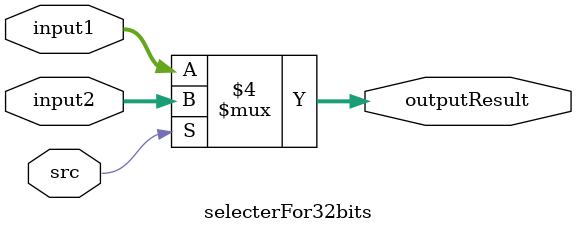
<source format=v>
`timescale 1ns / 1ps


module selecterFor32bits(
    input src,
    input[31:0] input1,
    input[31:0] input2,
    output reg[31:0] outputResult
    );
    always@(src or input1 or input2)
    begin
        if(src == 0)
        begin
            outputResult <= input1;
        end
        else
        begin
            outputResult <= input2;
        end
    end
endmodule

</source>
